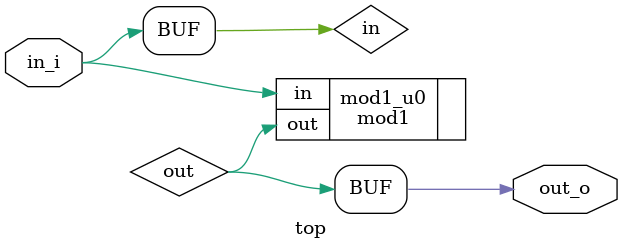
<source format=sv>
module top(
    input in_i,
    output out_o
);

logic in, out;

assign in = in_i;

mod1 mod1_u0(
    .in(in),
    .out(out)
);

assign out_o = out;

endmodule

</source>
